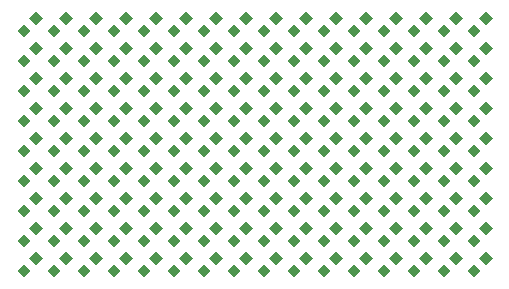
<source format=gbr>
G04 EAGLE Gerber RS-274X export*
G75*
%MOMM*%
%FSLAX34Y34*%
%LPD*%
%INSolderpaste Top*%
%IPPOS*%
%AMOC8*
5,1,8,0,0,1.08239X$1,22.5*%
G01*
%ADD10R,0.800000X0.800000*%


D10*
G36*
X18827Y240383D02*
X24483Y234727D01*
X18827Y229071D01*
X13171Y234727D01*
X18827Y240383D01*
G37*
G36*
X29433Y250989D02*
X35089Y245333D01*
X29433Y239677D01*
X23777Y245333D01*
X29433Y250989D01*
G37*
G36*
X44227Y240383D02*
X49883Y234727D01*
X44227Y229071D01*
X38571Y234727D01*
X44227Y240383D01*
G37*
G36*
X54833Y250989D02*
X60489Y245333D01*
X54833Y239677D01*
X49177Y245333D01*
X54833Y250989D01*
G37*
G36*
X69627Y240383D02*
X75283Y234727D01*
X69627Y229071D01*
X63971Y234727D01*
X69627Y240383D01*
G37*
G36*
X80233Y250989D02*
X85889Y245333D01*
X80233Y239677D01*
X74577Y245333D01*
X80233Y250989D01*
G37*
G36*
X95027Y240383D02*
X100683Y234727D01*
X95027Y229071D01*
X89371Y234727D01*
X95027Y240383D01*
G37*
G36*
X105633Y250989D02*
X111289Y245333D01*
X105633Y239677D01*
X99977Y245333D01*
X105633Y250989D01*
G37*
G36*
X120427Y240383D02*
X126083Y234727D01*
X120427Y229071D01*
X114771Y234727D01*
X120427Y240383D01*
G37*
G36*
X131033Y250989D02*
X136689Y245333D01*
X131033Y239677D01*
X125377Y245333D01*
X131033Y250989D01*
G37*
G36*
X145827Y240383D02*
X151483Y234727D01*
X145827Y229071D01*
X140171Y234727D01*
X145827Y240383D01*
G37*
G36*
X156433Y250989D02*
X162089Y245333D01*
X156433Y239677D01*
X150777Y245333D01*
X156433Y250989D01*
G37*
G36*
X171227Y240383D02*
X176883Y234727D01*
X171227Y229071D01*
X165571Y234727D01*
X171227Y240383D01*
G37*
G36*
X181833Y250989D02*
X187489Y245333D01*
X181833Y239677D01*
X176177Y245333D01*
X181833Y250989D01*
G37*
G36*
X196627Y240383D02*
X202283Y234727D01*
X196627Y229071D01*
X190971Y234727D01*
X196627Y240383D01*
G37*
G36*
X207233Y250989D02*
X212889Y245333D01*
X207233Y239677D01*
X201577Y245333D01*
X207233Y250989D01*
G37*
G36*
X18827Y214983D02*
X24483Y209327D01*
X18827Y203671D01*
X13171Y209327D01*
X18827Y214983D01*
G37*
G36*
X29433Y225589D02*
X35089Y219933D01*
X29433Y214277D01*
X23777Y219933D01*
X29433Y225589D01*
G37*
G36*
X44227Y214983D02*
X49883Y209327D01*
X44227Y203671D01*
X38571Y209327D01*
X44227Y214983D01*
G37*
G36*
X54833Y225589D02*
X60489Y219933D01*
X54833Y214277D01*
X49177Y219933D01*
X54833Y225589D01*
G37*
G36*
X69627Y214983D02*
X75283Y209327D01*
X69627Y203671D01*
X63971Y209327D01*
X69627Y214983D01*
G37*
G36*
X80233Y225589D02*
X85889Y219933D01*
X80233Y214277D01*
X74577Y219933D01*
X80233Y225589D01*
G37*
G36*
X95027Y214983D02*
X100683Y209327D01*
X95027Y203671D01*
X89371Y209327D01*
X95027Y214983D01*
G37*
G36*
X105633Y225589D02*
X111289Y219933D01*
X105633Y214277D01*
X99977Y219933D01*
X105633Y225589D01*
G37*
G36*
X120427Y214983D02*
X126083Y209327D01*
X120427Y203671D01*
X114771Y209327D01*
X120427Y214983D01*
G37*
G36*
X131033Y225589D02*
X136689Y219933D01*
X131033Y214277D01*
X125377Y219933D01*
X131033Y225589D01*
G37*
G36*
X145827Y214983D02*
X151483Y209327D01*
X145827Y203671D01*
X140171Y209327D01*
X145827Y214983D01*
G37*
G36*
X156433Y225589D02*
X162089Y219933D01*
X156433Y214277D01*
X150777Y219933D01*
X156433Y225589D01*
G37*
G36*
X171227Y214983D02*
X176883Y209327D01*
X171227Y203671D01*
X165571Y209327D01*
X171227Y214983D01*
G37*
G36*
X181833Y225589D02*
X187489Y219933D01*
X181833Y214277D01*
X176177Y219933D01*
X181833Y225589D01*
G37*
G36*
X196627Y214983D02*
X202283Y209327D01*
X196627Y203671D01*
X190971Y209327D01*
X196627Y214983D01*
G37*
G36*
X207233Y225589D02*
X212889Y219933D01*
X207233Y214277D01*
X201577Y219933D01*
X207233Y225589D01*
G37*
G36*
X18827Y189583D02*
X24483Y183927D01*
X18827Y178271D01*
X13171Y183927D01*
X18827Y189583D01*
G37*
G36*
X29433Y200189D02*
X35089Y194533D01*
X29433Y188877D01*
X23777Y194533D01*
X29433Y200189D01*
G37*
G36*
X44227Y189583D02*
X49883Y183927D01*
X44227Y178271D01*
X38571Y183927D01*
X44227Y189583D01*
G37*
G36*
X54833Y200189D02*
X60489Y194533D01*
X54833Y188877D01*
X49177Y194533D01*
X54833Y200189D01*
G37*
G36*
X69627Y189583D02*
X75283Y183927D01*
X69627Y178271D01*
X63971Y183927D01*
X69627Y189583D01*
G37*
G36*
X80233Y200189D02*
X85889Y194533D01*
X80233Y188877D01*
X74577Y194533D01*
X80233Y200189D01*
G37*
G36*
X95027Y189583D02*
X100683Y183927D01*
X95027Y178271D01*
X89371Y183927D01*
X95027Y189583D01*
G37*
G36*
X105633Y200189D02*
X111289Y194533D01*
X105633Y188877D01*
X99977Y194533D01*
X105633Y200189D01*
G37*
G36*
X120427Y189583D02*
X126083Y183927D01*
X120427Y178271D01*
X114771Y183927D01*
X120427Y189583D01*
G37*
G36*
X131033Y200189D02*
X136689Y194533D01*
X131033Y188877D01*
X125377Y194533D01*
X131033Y200189D01*
G37*
G36*
X145827Y189583D02*
X151483Y183927D01*
X145827Y178271D01*
X140171Y183927D01*
X145827Y189583D01*
G37*
G36*
X156433Y200189D02*
X162089Y194533D01*
X156433Y188877D01*
X150777Y194533D01*
X156433Y200189D01*
G37*
G36*
X171227Y189583D02*
X176883Y183927D01*
X171227Y178271D01*
X165571Y183927D01*
X171227Y189583D01*
G37*
G36*
X181833Y200189D02*
X187489Y194533D01*
X181833Y188877D01*
X176177Y194533D01*
X181833Y200189D01*
G37*
G36*
X196627Y189583D02*
X202283Y183927D01*
X196627Y178271D01*
X190971Y183927D01*
X196627Y189583D01*
G37*
G36*
X207233Y200189D02*
X212889Y194533D01*
X207233Y188877D01*
X201577Y194533D01*
X207233Y200189D01*
G37*
G36*
X18827Y164183D02*
X24483Y158527D01*
X18827Y152871D01*
X13171Y158527D01*
X18827Y164183D01*
G37*
G36*
X29433Y174789D02*
X35089Y169133D01*
X29433Y163477D01*
X23777Y169133D01*
X29433Y174789D01*
G37*
G36*
X44227Y164183D02*
X49883Y158527D01*
X44227Y152871D01*
X38571Y158527D01*
X44227Y164183D01*
G37*
G36*
X54833Y174789D02*
X60489Y169133D01*
X54833Y163477D01*
X49177Y169133D01*
X54833Y174789D01*
G37*
G36*
X69627Y164183D02*
X75283Y158527D01*
X69627Y152871D01*
X63971Y158527D01*
X69627Y164183D01*
G37*
G36*
X80233Y174789D02*
X85889Y169133D01*
X80233Y163477D01*
X74577Y169133D01*
X80233Y174789D01*
G37*
G36*
X95027Y164183D02*
X100683Y158527D01*
X95027Y152871D01*
X89371Y158527D01*
X95027Y164183D01*
G37*
G36*
X105633Y174789D02*
X111289Y169133D01*
X105633Y163477D01*
X99977Y169133D01*
X105633Y174789D01*
G37*
G36*
X120427Y164183D02*
X126083Y158527D01*
X120427Y152871D01*
X114771Y158527D01*
X120427Y164183D01*
G37*
G36*
X131033Y174789D02*
X136689Y169133D01*
X131033Y163477D01*
X125377Y169133D01*
X131033Y174789D01*
G37*
G36*
X145827Y164183D02*
X151483Y158527D01*
X145827Y152871D01*
X140171Y158527D01*
X145827Y164183D01*
G37*
G36*
X156433Y174789D02*
X162089Y169133D01*
X156433Y163477D01*
X150777Y169133D01*
X156433Y174789D01*
G37*
G36*
X171227Y164183D02*
X176883Y158527D01*
X171227Y152871D01*
X165571Y158527D01*
X171227Y164183D01*
G37*
G36*
X181833Y174789D02*
X187489Y169133D01*
X181833Y163477D01*
X176177Y169133D01*
X181833Y174789D01*
G37*
G36*
X196627Y164183D02*
X202283Y158527D01*
X196627Y152871D01*
X190971Y158527D01*
X196627Y164183D01*
G37*
G36*
X207233Y174789D02*
X212889Y169133D01*
X207233Y163477D01*
X201577Y169133D01*
X207233Y174789D01*
G37*
G36*
X18827Y138783D02*
X24483Y133127D01*
X18827Y127471D01*
X13171Y133127D01*
X18827Y138783D01*
G37*
G36*
X29433Y149389D02*
X35089Y143733D01*
X29433Y138077D01*
X23777Y143733D01*
X29433Y149389D01*
G37*
G36*
X44227Y138783D02*
X49883Y133127D01*
X44227Y127471D01*
X38571Y133127D01*
X44227Y138783D01*
G37*
G36*
X54833Y149389D02*
X60489Y143733D01*
X54833Y138077D01*
X49177Y143733D01*
X54833Y149389D01*
G37*
G36*
X69627Y138783D02*
X75283Y133127D01*
X69627Y127471D01*
X63971Y133127D01*
X69627Y138783D01*
G37*
G36*
X80233Y149389D02*
X85889Y143733D01*
X80233Y138077D01*
X74577Y143733D01*
X80233Y149389D01*
G37*
G36*
X95027Y138783D02*
X100683Y133127D01*
X95027Y127471D01*
X89371Y133127D01*
X95027Y138783D01*
G37*
G36*
X105633Y149389D02*
X111289Y143733D01*
X105633Y138077D01*
X99977Y143733D01*
X105633Y149389D01*
G37*
G36*
X120427Y138783D02*
X126083Y133127D01*
X120427Y127471D01*
X114771Y133127D01*
X120427Y138783D01*
G37*
G36*
X131033Y149389D02*
X136689Y143733D01*
X131033Y138077D01*
X125377Y143733D01*
X131033Y149389D01*
G37*
G36*
X145827Y138783D02*
X151483Y133127D01*
X145827Y127471D01*
X140171Y133127D01*
X145827Y138783D01*
G37*
G36*
X156433Y149389D02*
X162089Y143733D01*
X156433Y138077D01*
X150777Y143733D01*
X156433Y149389D01*
G37*
G36*
X171227Y138783D02*
X176883Y133127D01*
X171227Y127471D01*
X165571Y133127D01*
X171227Y138783D01*
G37*
G36*
X181833Y149389D02*
X187489Y143733D01*
X181833Y138077D01*
X176177Y143733D01*
X181833Y149389D01*
G37*
G36*
X196627Y138783D02*
X202283Y133127D01*
X196627Y127471D01*
X190971Y133127D01*
X196627Y138783D01*
G37*
G36*
X207233Y149389D02*
X212889Y143733D01*
X207233Y138077D01*
X201577Y143733D01*
X207233Y149389D01*
G37*
G36*
X18827Y113383D02*
X24483Y107727D01*
X18827Y102071D01*
X13171Y107727D01*
X18827Y113383D01*
G37*
G36*
X29433Y123989D02*
X35089Y118333D01*
X29433Y112677D01*
X23777Y118333D01*
X29433Y123989D01*
G37*
G36*
X44227Y113383D02*
X49883Y107727D01*
X44227Y102071D01*
X38571Y107727D01*
X44227Y113383D01*
G37*
G36*
X54833Y123989D02*
X60489Y118333D01*
X54833Y112677D01*
X49177Y118333D01*
X54833Y123989D01*
G37*
G36*
X69627Y113383D02*
X75283Y107727D01*
X69627Y102071D01*
X63971Y107727D01*
X69627Y113383D01*
G37*
G36*
X80233Y123989D02*
X85889Y118333D01*
X80233Y112677D01*
X74577Y118333D01*
X80233Y123989D01*
G37*
G36*
X95027Y113383D02*
X100683Y107727D01*
X95027Y102071D01*
X89371Y107727D01*
X95027Y113383D01*
G37*
G36*
X105633Y123989D02*
X111289Y118333D01*
X105633Y112677D01*
X99977Y118333D01*
X105633Y123989D01*
G37*
G36*
X120427Y113383D02*
X126083Y107727D01*
X120427Y102071D01*
X114771Y107727D01*
X120427Y113383D01*
G37*
G36*
X131033Y123989D02*
X136689Y118333D01*
X131033Y112677D01*
X125377Y118333D01*
X131033Y123989D01*
G37*
G36*
X145827Y113383D02*
X151483Y107727D01*
X145827Y102071D01*
X140171Y107727D01*
X145827Y113383D01*
G37*
G36*
X156433Y123989D02*
X162089Y118333D01*
X156433Y112677D01*
X150777Y118333D01*
X156433Y123989D01*
G37*
G36*
X171227Y113383D02*
X176883Y107727D01*
X171227Y102071D01*
X165571Y107727D01*
X171227Y113383D01*
G37*
G36*
X181833Y123989D02*
X187489Y118333D01*
X181833Y112677D01*
X176177Y118333D01*
X181833Y123989D01*
G37*
G36*
X196627Y113383D02*
X202283Y107727D01*
X196627Y102071D01*
X190971Y107727D01*
X196627Y113383D01*
G37*
G36*
X207233Y123989D02*
X212889Y118333D01*
X207233Y112677D01*
X201577Y118333D01*
X207233Y123989D01*
G37*
G36*
X18827Y87983D02*
X24483Y82327D01*
X18827Y76671D01*
X13171Y82327D01*
X18827Y87983D01*
G37*
G36*
X29433Y98589D02*
X35089Y92933D01*
X29433Y87277D01*
X23777Y92933D01*
X29433Y98589D01*
G37*
G36*
X44227Y87983D02*
X49883Y82327D01*
X44227Y76671D01*
X38571Y82327D01*
X44227Y87983D01*
G37*
G36*
X54833Y98589D02*
X60489Y92933D01*
X54833Y87277D01*
X49177Y92933D01*
X54833Y98589D01*
G37*
G36*
X69627Y87983D02*
X75283Y82327D01*
X69627Y76671D01*
X63971Y82327D01*
X69627Y87983D01*
G37*
G36*
X80233Y98589D02*
X85889Y92933D01*
X80233Y87277D01*
X74577Y92933D01*
X80233Y98589D01*
G37*
G36*
X95027Y87983D02*
X100683Y82327D01*
X95027Y76671D01*
X89371Y82327D01*
X95027Y87983D01*
G37*
G36*
X105633Y98589D02*
X111289Y92933D01*
X105633Y87277D01*
X99977Y92933D01*
X105633Y98589D01*
G37*
G36*
X120427Y87983D02*
X126083Y82327D01*
X120427Y76671D01*
X114771Y82327D01*
X120427Y87983D01*
G37*
G36*
X131033Y98589D02*
X136689Y92933D01*
X131033Y87277D01*
X125377Y92933D01*
X131033Y98589D01*
G37*
G36*
X145827Y87983D02*
X151483Y82327D01*
X145827Y76671D01*
X140171Y82327D01*
X145827Y87983D01*
G37*
G36*
X156433Y98589D02*
X162089Y92933D01*
X156433Y87277D01*
X150777Y92933D01*
X156433Y98589D01*
G37*
G36*
X171227Y87983D02*
X176883Y82327D01*
X171227Y76671D01*
X165571Y82327D01*
X171227Y87983D01*
G37*
G36*
X181833Y98589D02*
X187489Y92933D01*
X181833Y87277D01*
X176177Y92933D01*
X181833Y98589D01*
G37*
G36*
X196627Y87983D02*
X202283Y82327D01*
X196627Y76671D01*
X190971Y82327D01*
X196627Y87983D01*
G37*
G36*
X207233Y98589D02*
X212889Y92933D01*
X207233Y87277D01*
X201577Y92933D01*
X207233Y98589D01*
G37*
G36*
X18827Y62583D02*
X24483Y56927D01*
X18827Y51271D01*
X13171Y56927D01*
X18827Y62583D01*
G37*
G36*
X29433Y73189D02*
X35089Y67533D01*
X29433Y61877D01*
X23777Y67533D01*
X29433Y73189D01*
G37*
G36*
X44227Y62583D02*
X49883Y56927D01*
X44227Y51271D01*
X38571Y56927D01*
X44227Y62583D01*
G37*
G36*
X54833Y73189D02*
X60489Y67533D01*
X54833Y61877D01*
X49177Y67533D01*
X54833Y73189D01*
G37*
G36*
X69627Y62583D02*
X75283Y56927D01*
X69627Y51271D01*
X63971Y56927D01*
X69627Y62583D01*
G37*
G36*
X80233Y73189D02*
X85889Y67533D01*
X80233Y61877D01*
X74577Y67533D01*
X80233Y73189D01*
G37*
G36*
X95027Y62583D02*
X100683Y56927D01*
X95027Y51271D01*
X89371Y56927D01*
X95027Y62583D01*
G37*
G36*
X105633Y73189D02*
X111289Y67533D01*
X105633Y61877D01*
X99977Y67533D01*
X105633Y73189D01*
G37*
G36*
X120427Y62583D02*
X126083Y56927D01*
X120427Y51271D01*
X114771Y56927D01*
X120427Y62583D01*
G37*
G36*
X131033Y73189D02*
X136689Y67533D01*
X131033Y61877D01*
X125377Y67533D01*
X131033Y73189D01*
G37*
G36*
X145827Y62583D02*
X151483Y56927D01*
X145827Y51271D01*
X140171Y56927D01*
X145827Y62583D01*
G37*
G36*
X156433Y73189D02*
X162089Y67533D01*
X156433Y61877D01*
X150777Y67533D01*
X156433Y73189D01*
G37*
G36*
X171227Y62583D02*
X176883Y56927D01*
X171227Y51271D01*
X165571Y56927D01*
X171227Y62583D01*
G37*
G36*
X181833Y73189D02*
X187489Y67533D01*
X181833Y61877D01*
X176177Y67533D01*
X181833Y73189D01*
G37*
G36*
X196627Y62583D02*
X202283Y56927D01*
X196627Y51271D01*
X190971Y56927D01*
X196627Y62583D01*
G37*
G36*
X207233Y73189D02*
X212889Y67533D01*
X207233Y61877D01*
X201577Y67533D01*
X207233Y73189D01*
G37*
G36*
X18827Y37183D02*
X24483Y31527D01*
X18827Y25871D01*
X13171Y31527D01*
X18827Y37183D01*
G37*
G36*
X29433Y47789D02*
X35089Y42133D01*
X29433Y36477D01*
X23777Y42133D01*
X29433Y47789D01*
G37*
G36*
X44227Y37183D02*
X49883Y31527D01*
X44227Y25871D01*
X38571Y31527D01*
X44227Y37183D01*
G37*
G36*
X54833Y47789D02*
X60489Y42133D01*
X54833Y36477D01*
X49177Y42133D01*
X54833Y47789D01*
G37*
G36*
X69627Y37183D02*
X75283Y31527D01*
X69627Y25871D01*
X63971Y31527D01*
X69627Y37183D01*
G37*
G36*
X80233Y47789D02*
X85889Y42133D01*
X80233Y36477D01*
X74577Y42133D01*
X80233Y47789D01*
G37*
G36*
X95027Y37183D02*
X100683Y31527D01*
X95027Y25871D01*
X89371Y31527D01*
X95027Y37183D01*
G37*
G36*
X105633Y47789D02*
X111289Y42133D01*
X105633Y36477D01*
X99977Y42133D01*
X105633Y47789D01*
G37*
G36*
X120427Y37183D02*
X126083Y31527D01*
X120427Y25871D01*
X114771Y31527D01*
X120427Y37183D01*
G37*
G36*
X131033Y47789D02*
X136689Y42133D01*
X131033Y36477D01*
X125377Y42133D01*
X131033Y47789D01*
G37*
G36*
X145827Y37183D02*
X151483Y31527D01*
X145827Y25871D01*
X140171Y31527D01*
X145827Y37183D01*
G37*
G36*
X156433Y47789D02*
X162089Y42133D01*
X156433Y36477D01*
X150777Y42133D01*
X156433Y47789D01*
G37*
G36*
X171227Y37183D02*
X176883Y31527D01*
X171227Y25871D01*
X165571Y31527D01*
X171227Y37183D01*
G37*
G36*
X181833Y47789D02*
X187489Y42133D01*
X181833Y36477D01*
X176177Y42133D01*
X181833Y47789D01*
G37*
G36*
X196627Y37183D02*
X202283Y31527D01*
X196627Y25871D01*
X190971Y31527D01*
X196627Y37183D01*
G37*
G36*
X207233Y47789D02*
X212889Y42133D01*
X207233Y36477D01*
X201577Y42133D01*
X207233Y47789D01*
G37*
G36*
X222027Y240383D02*
X227683Y234727D01*
X222027Y229071D01*
X216371Y234727D01*
X222027Y240383D01*
G37*
G36*
X232633Y250989D02*
X238289Y245333D01*
X232633Y239677D01*
X226977Y245333D01*
X232633Y250989D01*
G37*
G36*
X247427Y240383D02*
X253083Y234727D01*
X247427Y229071D01*
X241771Y234727D01*
X247427Y240383D01*
G37*
G36*
X258033Y250989D02*
X263689Y245333D01*
X258033Y239677D01*
X252377Y245333D01*
X258033Y250989D01*
G37*
G36*
X272827Y240383D02*
X278483Y234727D01*
X272827Y229071D01*
X267171Y234727D01*
X272827Y240383D01*
G37*
G36*
X283433Y250989D02*
X289089Y245333D01*
X283433Y239677D01*
X277777Y245333D01*
X283433Y250989D01*
G37*
G36*
X298227Y240383D02*
X303883Y234727D01*
X298227Y229071D01*
X292571Y234727D01*
X298227Y240383D01*
G37*
G36*
X308833Y250989D02*
X314489Y245333D01*
X308833Y239677D01*
X303177Y245333D01*
X308833Y250989D01*
G37*
G36*
X323627Y240383D02*
X329283Y234727D01*
X323627Y229071D01*
X317971Y234727D01*
X323627Y240383D01*
G37*
G36*
X334233Y250989D02*
X339889Y245333D01*
X334233Y239677D01*
X328577Y245333D01*
X334233Y250989D01*
G37*
G36*
X349027Y240383D02*
X354683Y234727D01*
X349027Y229071D01*
X343371Y234727D01*
X349027Y240383D01*
G37*
G36*
X359633Y250989D02*
X365289Y245333D01*
X359633Y239677D01*
X353977Y245333D01*
X359633Y250989D01*
G37*
G36*
X374427Y240383D02*
X380083Y234727D01*
X374427Y229071D01*
X368771Y234727D01*
X374427Y240383D01*
G37*
G36*
X385033Y250989D02*
X390689Y245333D01*
X385033Y239677D01*
X379377Y245333D01*
X385033Y250989D01*
G37*
G36*
X399827Y240383D02*
X405483Y234727D01*
X399827Y229071D01*
X394171Y234727D01*
X399827Y240383D01*
G37*
G36*
X410433Y250989D02*
X416089Y245333D01*
X410433Y239677D01*
X404777Y245333D01*
X410433Y250989D01*
G37*
G36*
X222027Y214983D02*
X227683Y209327D01*
X222027Y203671D01*
X216371Y209327D01*
X222027Y214983D01*
G37*
G36*
X232633Y225589D02*
X238289Y219933D01*
X232633Y214277D01*
X226977Y219933D01*
X232633Y225589D01*
G37*
G36*
X247427Y214983D02*
X253083Y209327D01*
X247427Y203671D01*
X241771Y209327D01*
X247427Y214983D01*
G37*
G36*
X258033Y225589D02*
X263689Y219933D01*
X258033Y214277D01*
X252377Y219933D01*
X258033Y225589D01*
G37*
G36*
X272827Y214983D02*
X278483Y209327D01*
X272827Y203671D01*
X267171Y209327D01*
X272827Y214983D01*
G37*
G36*
X283433Y225589D02*
X289089Y219933D01*
X283433Y214277D01*
X277777Y219933D01*
X283433Y225589D01*
G37*
G36*
X298227Y214983D02*
X303883Y209327D01*
X298227Y203671D01*
X292571Y209327D01*
X298227Y214983D01*
G37*
G36*
X308833Y225589D02*
X314489Y219933D01*
X308833Y214277D01*
X303177Y219933D01*
X308833Y225589D01*
G37*
G36*
X323627Y214983D02*
X329283Y209327D01*
X323627Y203671D01*
X317971Y209327D01*
X323627Y214983D01*
G37*
G36*
X334233Y225589D02*
X339889Y219933D01*
X334233Y214277D01*
X328577Y219933D01*
X334233Y225589D01*
G37*
G36*
X349027Y214983D02*
X354683Y209327D01*
X349027Y203671D01*
X343371Y209327D01*
X349027Y214983D01*
G37*
G36*
X359633Y225589D02*
X365289Y219933D01*
X359633Y214277D01*
X353977Y219933D01*
X359633Y225589D01*
G37*
G36*
X374427Y214983D02*
X380083Y209327D01*
X374427Y203671D01*
X368771Y209327D01*
X374427Y214983D01*
G37*
G36*
X385033Y225589D02*
X390689Y219933D01*
X385033Y214277D01*
X379377Y219933D01*
X385033Y225589D01*
G37*
G36*
X399827Y214983D02*
X405483Y209327D01*
X399827Y203671D01*
X394171Y209327D01*
X399827Y214983D01*
G37*
G36*
X410433Y225589D02*
X416089Y219933D01*
X410433Y214277D01*
X404777Y219933D01*
X410433Y225589D01*
G37*
G36*
X222027Y189583D02*
X227683Y183927D01*
X222027Y178271D01*
X216371Y183927D01*
X222027Y189583D01*
G37*
G36*
X232633Y200189D02*
X238289Y194533D01*
X232633Y188877D01*
X226977Y194533D01*
X232633Y200189D01*
G37*
G36*
X247427Y189583D02*
X253083Y183927D01*
X247427Y178271D01*
X241771Y183927D01*
X247427Y189583D01*
G37*
G36*
X258033Y200189D02*
X263689Y194533D01*
X258033Y188877D01*
X252377Y194533D01*
X258033Y200189D01*
G37*
G36*
X272827Y189583D02*
X278483Y183927D01*
X272827Y178271D01*
X267171Y183927D01*
X272827Y189583D01*
G37*
G36*
X283433Y200189D02*
X289089Y194533D01*
X283433Y188877D01*
X277777Y194533D01*
X283433Y200189D01*
G37*
G36*
X298227Y189583D02*
X303883Y183927D01*
X298227Y178271D01*
X292571Y183927D01*
X298227Y189583D01*
G37*
G36*
X308833Y200189D02*
X314489Y194533D01*
X308833Y188877D01*
X303177Y194533D01*
X308833Y200189D01*
G37*
G36*
X323627Y189583D02*
X329283Y183927D01*
X323627Y178271D01*
X317971Y183927D01*
X323627Y189583D01*
G37*
G36*
X334233Y200189D02*
X339889Y194533D01*
X334233Y188877D01*
X328577Y194533D01*
X334233Y200189D01*
G37*
G36*
X349027Y189583D02*
X354683Y183927D01*
X349027Y178271D01*
X343371Y183927D01*
X349027Y189583D01*
G37*
G36*
X359633Y200189D02*
X365289Y194533D01*
X359633Y188877D01*
X353977Y194533D01*
X359633Y200189D01*
G37*
G36*
X374427Y189583D02*
X380083Y183927D01*
X374427Y178271D01*
X368771Y183927D01*
X374427Y189583D01*
G37*
G36*
X385033Y200189D02*
X390689Y194533D01*
X385033Y188877D01*
X379377Y194533D01*
X385033Y200189D01*
G37*
G36*
X399827Y189583D02*
X405483Y183927D01*
X399827Y178271D01*
X394171Y183927D01*
X399827Y189583D01*
G37*
G36*
X410433Y200189D02*
X416089Y194533D01*
X410433Y188877D01*
X404777Y194533D01*
X410433Y200189D01*
G37*
G36*
X222027Y164183D02*
X227683Y158527D01*
X222027Y152871D01*
X216371Y158527D01*
X222027Y164183D01*
G37*
G36*
X232633Y174789D02*
X238289Y169133D01*
X232633Y163477D01*
X226977Y169133D01*
X232633Y174789D01*
G37*
G36*
X247427Y164183D02*
X253083Y158527D01*
X247427Y152871D01*
X241771Y158527D01*
X247427Y164183D01*
G37*
G36*
X258033Y174789D02*
X263689Y169133D01*
X258033Y163477D01*
X252377Y169133D01*
X258033Y174789D01*
G37*
G36*
X272827Y164183D02*
X278483Y158527D01*
X272827Y152871D01*
X267171Y158527D01*
X272827Y164183D01*
G37*
G36*
X283433Y174789D02*
X289089Y169133D01*
X283433Y163477D01*
X277777Y169133D01*
X283433Y174789D01*
G37*
G36*
X298227Y164183D02*
X303883Y158527D01*
X298227Y152871D01*
X292571Y158527D01*
X298227Y164183D01*
G37*
G36*
X308833Y174789D02*
X314489Y169133D01*
X308833Y163477D01*
X303177Y169133D01*
X308833Y174789D01*
G37*
G36*
X323627Y164183D02*
X329283Y158527D01*
X323627Y152871D01*
X317971Y158527D01*
X323627Y164183D01*
G37*
G36*
X334233Y174789D02*
X339889Y169133D01*
X334233Y163477D01*
X328577Y169133D01*
X334233Y174789D01*
G37*
G36*
X349027Y164183D02*
X354683Y158527D01*
X349027Y152871D01*
X343371Y158527D01*
X349027Y164183D01*
G37*
G36*
X359633Y174789D02*
X365289Y169133D01*
X359633Y163477D01*
X353977Y169133D01*
X359633Y174789D01*
G37*
G36*
X374427Y164183D02*
X380083Y158527D01*
X374427Y152871D01*
X368771Y158527D01*
X374427Y164183D01*
G37*
G36*
X385033Y174789D02*
X390689Y169133D01*
X385033Y163477D01*
X379377Y169133D01*
X385033Y174789D01*
G37*
G36*
X399827Y164183D02*
X405483Y158527D01*
X399827Y152871D01*
X394171Y158527D01*
X399827Y164183D01*
G37*
G36*
X410433Y174789D02*
X416089Y169133D01*
X410433Y163477D01*
X404777Y169133D01*
X410433Y174789D01*
G37*
G36*
X222027Y138783D02*
X227683Y133127D01*
X222027Y127471D01*
X216371Y133127D01*
X222027Y138783D01*
G37*
G36*
X232633Y149389D02*
X238289Y143733D01*
X232633Y138077D01*
X226977Y143733D01*
X232633Y149389D01*
G37*
G36*
X247427Y138783D02*
X253083Y133127D01*
X247427Y127471D01*
X241771Y133127D01*
X247427Y138783D01*
G37*
G36*
X258033Y149389D02*
X263689Y143733D01*
X258033Y138077D01*
X252377Y143733D01*
X258033Y149389D01*
G37*
G36*
X272827Y138783D02*
X278483Y133127D01*
X272827Y127471D01*
X267171Y133127D01*
X272827Y138783D01*
G37*
G36*
X283433Y149389D02*
X289089Y143733D01*
X283433Y138077D01*
X277777Y143733D01*
X283433Y149389D01*
G37*
G36*
X298227Y138783D02*
X303883Y133127D01*
X298227Y127471D01*
X292571Y133127D01*
X298227Y138783D01*
G37*
G36*
X308833Y149389D02*
X314489Y143733D01*
X308833Y138077D01*
X303177Y143733D01*
X308833Y149389D01*
G37*
G36*
X323627Y138783D02*
X329283Y133127D01*
X323627Y127471D01*
X317971Y133127D01*
X323627Y138783D01*
G37*
G36*
X334233Y149389D02*
X339889Y143733D01*
X334233Y138077D01*
X328577Y143733D01*
X334233Y149389D01*
G37*
G36*
X349027Y138783D02*
X354683Y133127D01*
X349027Y127471D01*
X343371Y133127D01*
X349027Y138783D01*
G37*
G36*
X359633Y149389D02*
X365289Y143733D01*
X359633Y138077D01*
X353977Y143733D01*
X359633Y149389D01*
G37*
G36*
X374427Y138783D02*
X380083Y133127D01*
X374427Y127471D01*
X368771Y133127D01*
X374427Y138783D01*
G37*
G36*
X385033Y149389D02*
X390689Y143733D01*
X385033Y138077D01*
X379377Y143733D01*
X385033Y149389D01*
G37*
G36*
X399827Y138783D02*
X405483Y133127D01*
X399827Y127471D01*
X394171Y133127D01*
X399827Y138783D01*
G37*
G36*
X410433Y149389D02*
X416089Y143733D01*
X410433Y138077D01*
X404777Y143733D01*
X410433Y149389D01*
G37*
G36*
X222027Y113383D02*
X227683Y107727D01*
X222027Y102071D01*
X216371Y107727D01*
X222027Y113383D01*
G37*
G36*
X232633Y123989D02*
X238289Y118333D01*
X232633Y112677D01*
X226977Y118333D01*
X232633Y123989D01*
G37*
G36*
X247427Y113383D02*
X253083Y107727D01*
X247427Y102071D01*
X241771Y107727D01*
X247427Y113383D01*
G37*
G36*
X258033Y123989D02*
X263689Y118333D01*
X258033Y112677D01*
X252377Y118333D01*
X258033Y123989D01*
G37*
G36*
X272827Y113383D02*
X278483Y107727D01*
X272827Y102071D01*
X267171Y107727D01*
X272827Y113383D01*
G37*
G36*
X283433Y123989D02*
X289089Y118333D01*
X283433Y112677D01*
X277777Y118333D01*
X283433Y123989D01*
G37*
G36*
X298227Y113383D02*
X303883Y107727D01*
X298227Y102071D01*
X292571Y107727D01*
X298227Y113383D01*
G37*
G36*
X308833Y123989D02*
X314489Y118333D01*
X308833Y112677D01*
X303177Y118333D01*
X308833Y123989D01*
G37*
G36*
X323627Y113383D02*
X329283Y107727D01*
X323627Y102071D01*
X317971Y107727D01*
X323627Y113383D01*
G37*
G36*
X334233Y123989D02*
X339889Y118333D01*
X334233Y112677D01*
X328577Y118333D01*
X334233Y123989D01*
G37*
G36*
X349027Y113383D02*
X354683Y107727D01*
X349027Y102071D01*
X343371Y107727D01*
X349027Y113383D01*
G37*
G36*
X359633Y123989D02*
X365289Y118333D01*
X359633Y112677D01*
X353977Y118333D01*
X359633Y123989D01*
G37*
G36*
X374427Y113383D02*
X380083Y107727D01*
X374427Y102071D01*
X368771Y107727D01*
X374427Y113383D01*
G37*
G36*
X385033Y123989D02*
X390689Y118333D01*
X385033Y112677D01*
X379377Y118333D01*
X385033Y123989D01*
G37*
G36*
X399827Y113383D02*
X405483Y107727D01*
X399827Y102071D01*
X394171Y107727D01*
X399827Y113383D01*
G37*
G36*
X410433Y123989D02*
X416089Y118333D01*
X410433Y112677D01*
X404777Y118333D01*
X410433Y123989D01*
G37*
G36*
X222027Y87983D02*
X227683Y82327D01*
X222027Y76671D01*
X216371Y82327D01*
X222027Y87983D01*
G37*
G36*
X232633Y98589D02*
X238289Y92933D01*
X232633Y87277D01*
X226977Y92933D01*
X232633Y98589D01*
G37*
G36*
X247427Y87983D02*
X253083Y82327D01*
X247427Y76671D01*
X241771Y82327D01*
X247427Y87983D01*
G37*
G36*
X258033Y98589D02*
X263689Y92933D01*
X258033Y87277D01*
X252377Y92933D01*
X258033Y98589D01*
G37*
G36*
X272827Y87983D02*
X278483Y82327D01*
X272827Y76671D01*
X267171Y82327D01*
X272827Y87983D01*
G37*
G36*
X283433Y98589D02*
X289089Y92933D01*
X283433Y87277D01*
X277777Y92933D01*
X283433Y98589D01*
G37*
G36*
X298227Y87983D02*
X303883Y82327D01*
X298227Y76671D01*
X292571Y82327D01*
X298227Y87983D01*
G37*
G36*
X308833Y98589D02*
X314489Y92933D01*
X308833Y87277D01*
X303177Y92933D01*
X308833Y98589D01*
G37*
G36*
X323627Y87983D02*
X329283Y82327D01*
X323627Y76671D01*
X317971Y82327D01*
X323627Y87983D01*
G37*
G36*
X334233Y98589D02*
X339889Y92933D01*
X334233Y87277D01*
X328577Y92933D01*
X334233Y98589D01*
G37*
G36*
X349027Y87983D02*
X354683Y82327D01*
X349027Y76671D01*
X343371Y82327D01*
X349027Y87983D01*
G37*
G36*
X359633Y98589D02*
X365289Y92933D01*
X359633Y87277D01*
X353977Y92933D01*
X359633Y98589D01*
G37*
G36*
X374427Y87983D02*
X380083Y82327D01*
X374427Y76671D01*
X368771Y82327D01*
X374427Y87983D01*
G37*
G36*
X385033Y98589D02*
X390689Y92933D01*
X385033Y87277D01*
X379377Y92933D01*
X385033Y98589D01*
G37*
G36*
X399827Y87983D02*
X405483Y82327D01*
X399827Y76671D01*
X394171Y82327D01*
X399827Y87983D01*
G37*
G36*
X410433Y98589D02*
X416089Y92933D01*
X410433Y87277D01*
X404777Y92933D01*
X410433Y98589D01*
G37*
G36*
X222027Y62583D02*
X227683Y56927D01*
X222027Y51271D01*
X216371Y56927D01*
X222027Y62583D01*
G37*
G36*
X232633Y73189D02*
X238289Y67533D01*
X232633Y61877D01*
X226977Y67533D01*
X232633Y73189D01*
G37*
G36*
X247427Y62583D02*
X253083Y56927D01*
X247427Y51271D01*
X241771Y56927D01*
X247427Y62583D01*
G37*
G36*
X258033Y73189D02*
X263689Y67533D01*
X258033Y61877D01*
X252377Y67533D01*
X258033Y73189D01*
G37*
G36*
X272827Y62583D02*
X278483Y56927D01*
X272827Y51271D01*
X267171Y56927D01*
X272827Y62583D01*
G37*
G36*
X283433Y73189D02*
X289089Y67533D01*
X283433Y61877D01*
X277777Y67533D01*
X283433Y73189D01*
G37*
G36*
X298227Y62583D02*
X303883Y56927D01*
X298227Y51271D01*
X292571Y56927D01*
X298227Y62583D01*
G37*
G36*
X308833Y73189D02*
X314489Y67533D01*
X308833Y61877D01*
X303177Y67533D01*
X308833Y73189D01*
G37*
G36*
X323627Y62583D02*
X329283Y56927D01*
X323627Y51271D01*
X317971Y56927D01*
X323627Y62583D01*
G37*
G36*
X334233Y73189D02*
X339889Y67533D01*
X334233Y61877D01*
X328577Y67533D01*
X334233Y73189D01*
G37*
G36*
X349027Y62583D02*
X354683Y56927D01*
X349027Y51271D01*
X343371Y56927D01*
X349027Y62583D01*
G37*
G36*
X359633Y73189D02*
X365289Y67533D01*
X359633Y61877D01*
X353977Y67533D01*
X359633Y73189D01*
G37*
G36*
X374427Y62583D02*
X380083Y56927D01*
X374427Y51271D01*
X368771Y56927D01*
X374427Y62583D01*
G37*
G36*
X385033Y73189D02*
X390689Y67533D01*
X385033Y61877D01*
X379377Y67533D01*
X385033Y73189D01*
G37*
G36*
X399827Y62583D02*
X405483Y56927D01*
X399827Y51271D01*
X394171Y56927D01*
X399827Y62583D01*
G37*
G36*
X410433Y73189D02*
X416089Y67533D01*
X410433Y61877D01*
X404777Y67533D01*
X410433Y73189D01*
G37*
G36*
X222027Y37183D02*
X227683Y31527D01*
X222027Y25871D01*
X216371Y31527D01*
X222027Y37183D01*
G37*
G36*
X232633Y47789D02*
X238289Y42133D01*
X232633Y36477D01*
X226977Y42133D01*
X232633Y47789D01*
G37*
G36*
X247427Y37183D02*
X253083Y31527D01*
X247427Y25871D01*
X241771Y31527D01*
X247427Y37183D01*
G37*
G36*
X258033Y47789D02*
X263689Y42133D01*
X258033Y36477D01*
X252377Y42133D01*
X258033Y47789D01*
G37*
G36*
X272827Y37183D02*
X278483Y31527D01*
X272827Y25871D01*
X267171Y31527D01*
X272827Y37183D01*
G37*
G36*
X283433Y47789D02*
X289089Y42133D01*
X283433Y36477D01*
X277777Y42133D01*
X283433Y47789D01*
G37*
G36*
X298227Y37183D02*
X303883Y31527D01*
X298227Y25871D01*
X292571Y31527D01*
X298227Y37183D01*
G37*
G36*
X308833Y47789D02*
X314489Y42133D01*
X308833Y36477D01*
X303177Y42133D01*
X308833Y47789D01*
G37*
G36*
X323627Y37183D02*
X329283Y31527D01*
X323627Y25871D01*
X317971Y31527D01*
X323627Y37183D01*
G37*
G36*
X334233Y47789D02*
X339889Y42133D01*
X334233Y36477D01*
X328577Y42133D01*
X334233Y47789D01*
G37*
G36*
X349027Y37183D02*
X354683Y31527D01*
X349027Y25871D01*
X343371Y31527D01*
X349027Y37183D01*
G37*
G36*
X359633Y47789D02*
X365289Y42133D01*
X359633Y36477D01*
X353977Y42133D01*
X359633Y47789D01*
G37*
G36*
X374427Y37183D02*
X380083Y31527D01*
X374427Y25871D01*
X368771Y31527D01*
X374427Y37183D01*
G37*
G36*
X385033Y47789D02*
X390689Y42133D01*
X385033Y36477D01*
X379377Y42133D01*
X385033Y47789D01*
G37*
G36*
X399827Y37183D02*
X405483Y31527D01*
X399827Y25871D01*
X394171Y31527D01*
X399827Y37183D01*
G37*
G36*
X410433Y47789D02*
X416089Y42133D01*
X410433Y36477D01*
X404777Y42133D01*
X410433Y47789D01*
G37*
M02*

</source>
